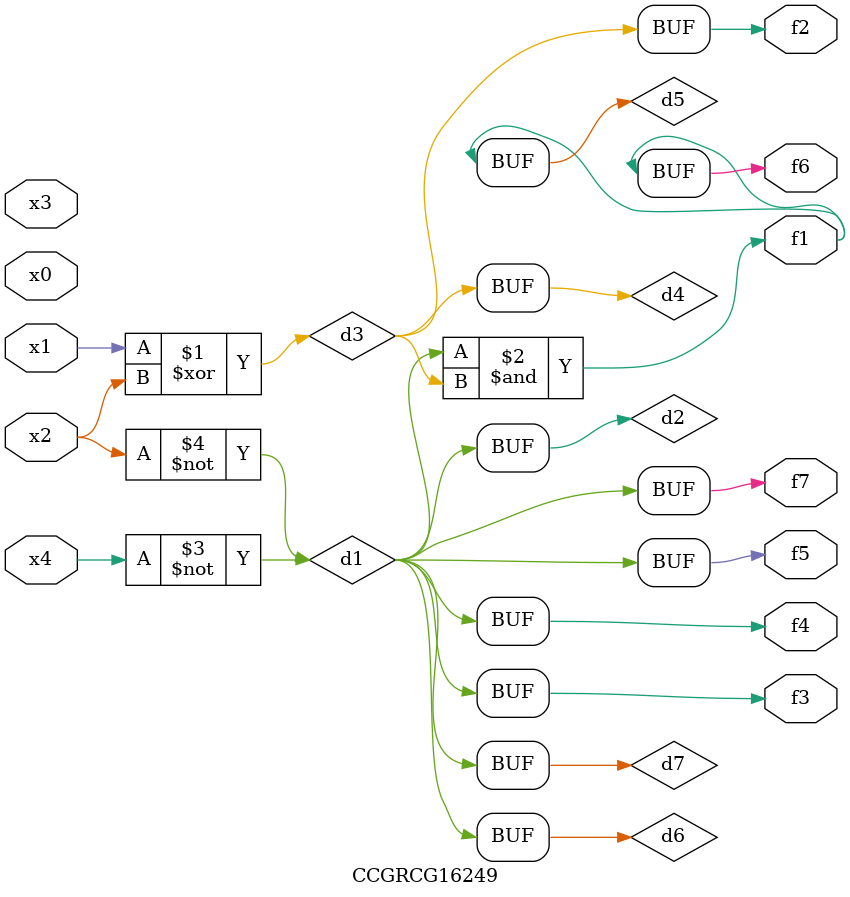
<source format=v>
module CCGRCG16249(
	input x0, x1, x2, x3, x4,
	output f1, f2, f3, f4, f5, f6, f7
);

	wire d1, d2, d3, d4, d5, d6, d7;

	not (d1, x4);
	not (d2, x2);
	xor (d3, x1, x2);
	buf (d4, d3);
	and (d5, d1, d3);
	buf (d6, d1, d2);
	buf (d7, d2);
	assign f1 = d5;
	assign f2 = d4;
	assign f3 = d7;
	assign f4 = d7;
	assign f5 = d7;
	assign f6 = d5;
	assign f7 = d7;
endmodule

</source>
